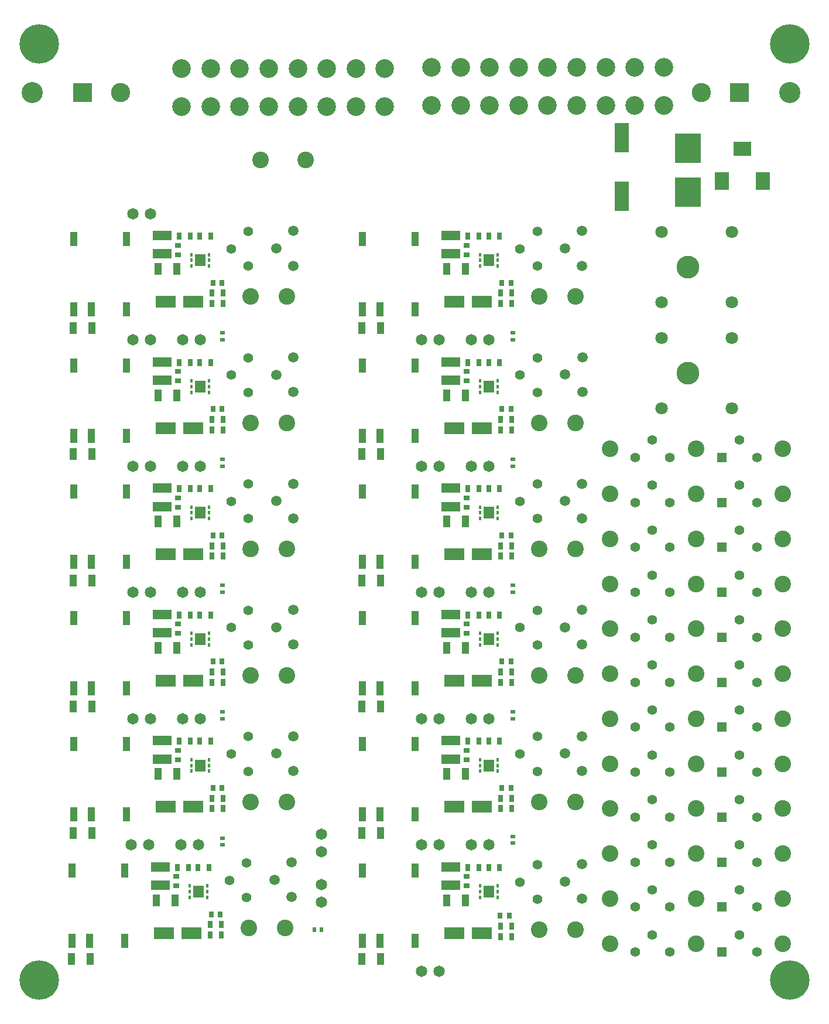
<source format=gbr>
%TF.GenerationSoftware,KiCad,Pcbnew,(6.0.1)*%
%TF.CreationDate,2024-03-16T13:10:31+01:00*%
%TF.ProjectId,CMU,434d552e-6b69-4636-9164-5f7063625858,rev?*%
%TF.SameCoordinates,Original*%
%TF.FileFunction,Soldermask,Top*%
%TF.FilePolarity,Negative*%
%FSLAX46Y46*%
G04 Gerber Fmt 4.6, Leading zero omitted, Abs format (unit mm)*
G04 Created by KiCad (PCBNEW (6.0.1)) date 2024-03-16 13:10:31*
%MOMM*%
%LPD*%
G01*
G04 APERTURE LIST*
G04 Aperture macros list*
%AMFreePoly0*
4,1,5,0.500000,-1.050000,-0.500000,-1.050000,-0.500000,1.050000,0.500000,1.050000,0.500000,-1.050000,0.500000,-1.050000,$1*%
G04 Aperture macros list end*
%ADD10R,2.820000X1.360000*%
%ADD11R,0.800000X1.000000*%
%ADD12R,1.100000X1.820000*%
%ADD13R,0.450000X0.550000*%
%ADD14R,0.450000X0.500000*%
%ADD15R,1.500000X1.800000*%
%ADD16C,5.700000*%
%ADD17C,1.400000*%
%ADD18R,1.400000X1.400000*%
%ADD19R,0.696500X0.506000*%
%ADD20C,1.650000*%
%ADD21R,0.940000X0.800000*%
%ADD22C,2.400000*%
%ADD23C,1.500000*%
%ADD24FreePoly0,180.000000*%
%ADD25R,2.900000X1.800000*%
%ADD26R,2.050000X4.300000*%
%ADD27R,0.800000X0.940000*%
%ADD28C,3.050000*%
%ADD29R,2.775000X2.775000*%
%ADD30C,2.775000*%
%ADD31C,1.800000*%
%ADD32C,3.300000*%
%ADD33R,2.000000X2.600000*%
%ADD34R,2.600000X2.000000*%
%ADD35C,2.700000*%
%ADD36R,3.810000X4.240000*%
%ADD37R,0.506000X0.696500*%
G04 APERTURE END LIST*
D10*
%TO.C,C9*%
X131000000Y-196420000D03*
X131000000Y-199080000D03*
%TD*%
%TO.C,C39*%
X89250000Y-196420000D03*
X89250000Y-199080000D03*
%TD*%
%TO.C,C2*%
X131000000Y-214670000D03*
X131000000Y-217330000D03*
%TD*%
%TO.C,C51*%
X89250000Y-159920000D03*
X89250000Y-162580000D03*
%TD*%
%TO.C,C15*%
X131000000Y-178170000D03*
X131000000Y-180830000D03*
%TD*%
%TO.C,C21*%
X131000000Y-159920000D03*
X131000000Y-162580000D03*
%TD*%
%TO.C,C27*%
X131000000Y-141670000D03*
X131000000Y-144330000D03*
%TD*%
%TO.C,C33*%
X131000000Y-123420000D03*
X131000000Y-126080000D03*
%TD*%
%TO.C,C57*%
X89250000Y-141670000D03*
X89250000Y-144330000D03*
%TD*%
%TO.C,C63*%
X89250000Y-123420000D03*
X89250000Y-126080000D03*
%TD*%
%TO.C,C69*%
X89000000Y-214670000D03*
X89000000Y-217330000D03*
%TD*%
%TO.C,C45*%
X89250000Y-178170000D03*
X89250000Y-180830000D03*
%TD*%
D11*
%TO.C,R32*%
X98050000Y-188000000D03*
X96450000Y-188000000D03*
%TD*%
%TO.C,R28*%
X98050000Y-206250000D03*
X96450000Y-206250000D03*
%TD*%
%TO.C,R8*%
X139800000Y-206250000D03*
X138200000Y-206250000D03*
%TD*%
%TO.C,R44*%
X98050000Y-133250000D03*
X96450000Y-133250000D03*
%TD*%
%TO.C,R40*%
X98050000Y-151500000D03*
X96450000Y-151500000D03*
%TD*%
%TO.C,R16*%
X139800000Y-169750000D03*
X138200000Y-169750000D03*
%TD*%
%TO.C,R48*%
X97800000Y-224500000D03*
X96200000Y-224500000D03*
%TD*%
%TO.C,R36*%
X98050000Y-169750000D03*
X96450000Y-169750000D03*
%TD*%
%TO.C,R12*%
X139800000Y-188000000D03*
X138200000Y-188000000D03*
%TD*%
%TO.C,R4*%
X139800000Y-224750000D03*
X138200000Y-224750000D03*
%TD*%
%TO.C,R20*%
X139800000Y-151500000D03*
X138200000Y-151500000D03*
%TD*%
%TO.C,R24*%
X139800000Y-133250000D03*
X138200000Y-133250000D03*
%TD*%
D12*
%TO.C,C11*%
X133110000Y-201250000D03*
X130390000Y-201250000D03*
%TD*%
%TO.C,C23*%
X133110000Y-164750000D03*
X130390000Y-164750000D03*
%TD*%
%TO.C,C35*%
X133110000Y-128250000D03*
X130390000Y-128250000D03*
%TD*%
%TO.C,C59*%
X91360000Y-146500000D03*
X88640000Y-146500000D03*
%TD*%
%TO.C,C71*%
X91110000Y-219500000D03*
X88390000Y-219500000D03*
%TD*%
%TO.C,C4*%
X133110000Y-219500000D03*
X130390000Y-219500000D03*
%TD*%
%TO.C,C65*%
X91360000Y-128250000D03*
X88640000Y-128250000D03*
%TD*%
%TO.C,C53*%
X91360000Y-164750000D03*
X88640000Y-164750000D03*
%TD*%
%TO.C,C29*%
X133110000Y-146500000D03*
X130390000Y-146500000D03*
%TD*%
%TO.C,C41*%
X91360000Y-201250000D03*
X88640000Y-201250000D03*
%TD*%
%TO.C,C47*%
X91360000Y-183000000D03*
X88640000Y-183000000D03*
%TD*%
%TO.C,C17*%
X133110000Y-183000000D03*
X130390000Y-183000000D03*
%TD*%
%TO.C,C26*%
X120860000Y-155000000D03*
X118140000Y-155000000D03*
%TD*%
%TO.C,C32*%
X120860000Y-136750000D03*
X118140000Y-136750000D03*
%TD*%
%TO.C,C8*%
X120860000Y-209750000D03*
X118140000Y-209750000D03*
%TD*%
%TO.C,C62*%
X79110000Y-136750000D03*
X76390000Y-136750000D03*
%TD*%
%TO.C,C1*%
X120860000Y-228000000D03*
X118140000Y-228000000D03*
%TD*%
%TO.C,C44*%
X79110000Y-191500000D03*
X76390000Y-191500000D03*
%TD*%
%TO.C,C20*%
X120860000Y-173250000D03*
X118140000Y-173250000D03*
%TD*%
%TO.C,C50*%
X79110000Y-173250000D03*
X76390000Y-173250000D03*
%TD*%
%TO.C,C38*%
X79110000Y-209750000D03*
X76390000Y-209750000D03*
%TD*%
%TO.C,C14*%
X120860000Y-191500000D03*
X118140000Y-191500000D03*
%TD*%
%TO.C,C56*%
X79110000Y-155000000D03*
X76390000Y-155000000D03*
%TD*%
%TO.C,C68*%
X78860000Y-228000000D03*
X76140000Y-228000000D03*
%TD*%
D13*
%TO.C,PS12*%
X96025000Y-127825000D03*
D14*
X96025000Y-127000000D03*
D13*
X96025000Y-126175000D03*
X93475000Y-126175000D03*
D14*
X93475000Y-127000000D03*
D13*
X93475000Y-127825000D03*
D15*
X94750000Y-127000000D03*
%TD*%
D13*
%TO.C,PS3*%
X137775000Y-182575000D03*
D14*
X137775000Y-181750000D03*
D13*
X137775000Y-180925000D03*
X135225000Y-180925000D03*
D14*
X135225000Y-181750000D03*
D13*
X135225000Y-182575000D03*
D15*
X136500000Y-181750000D03*
%TD*%
D13*
%TO.C,PS2*%
X137775000Y-200825000D03*
D14*
X137775000Y-200000000D03*
D13*
X137775000Y-199175000D03*
X135225000Y-199175000D03*
D14*
X135225000Y-200000000D03*
D13*
X135225000Y-200825000D03*
D15*
X136500000Y-200000000D03*
%TD*%
D13*
%TO.C,PS1*%
X137775000Y-219075000D03*
D14*
X137775000Y-218250000D03*
D13*
X137775000Y-217425000D03*
X135225000Y-217425000D03*
D14*
X135225000Y-218250000D03*
D13*
X135225000Y-219075000D03*
D15*
X136500000Y-218250000D03*
%TD*%
D13*
%TO.C,PS10*%
X96025000Y-164325000D03*
D14*
X96025000Y-163500000D03*
D13*
X96025000Y-162675000D03*
X93475000Y-162675000D03*
D14*
X93475000Y-163500000D03*
D13*
X93475000Y-164325000D03*
D15*
X94750000Y-163500000D03*
%TD*%
D13*
%TO.C,PS11*%
X96025000Y-146075000D03*
D14*
X96025000Y-145250000D03*
D13*
X96025000Y-144425000D03*
X93475000Y-144425000D03*
D14*
X93475000Y-145250000D03*
D13*
X93475000Y-146075000D03*
D15*
X94750000Y-145250000D03*
%TD*%
D13*
%TO.C,PS8*%
X96025000Y-200825000D03*
D14*
X96025000Y-200000000D03*
D13*
X96025000Y-199175000D03*
X93475000Y-199175000D03*
D14*
X93475000Y-200000000D03*
D13*
X93475000Y-200825000D03*
D15*
X94750000Y-200000000D03*
%TD*%
D13*
%TO.C,PS4*%
X137775000Y-164325000D03*
D14*
X137775000Y-163500000D03*
D13*
X137775000Y-162675000D03*
X135225000Y-162675000D03*
D14*
X135225000Y-163500000D03*
D13*
X135225000Y-164325000D03*
D15*
X136500000Y-163500000D03*
%TD*%
D13*
%TO.C,PS5*%
X137775000Y-146075000D03*
D14*
X137775000Y-145250000D03*
D13*
X137775000Y-144425000D03*
X135225000Y-144425000D03*
D14*
X135225000Y-145250000D03*
D13*
X135225000Y-146075000D03*
D15*
X136500000Y-145250000D03*
%TD*%
D13*
%TO.C,PS7*%
X95775000Y-219075000D03*
D14*
X95775000Y-218250000D03*
D13*
X95775000Y-217425000D03*
X93225000Y-217425000D03*
D14*
X93225000Y-218250000D03*
D13*
X93225000Y-219075000D03*
D15*
X94500000Y-218250000D03*
%TD*%
D13*
%TO.C,PS9*%
X96025000Y-182575000D03*
D14*
X96025000Y-181750000D03*
D13*
X96025000Y-180925000D03*
X93475000Y-180925000D03*
D14*
X93475000Y-181750000D03*
D13*
X93475000Y-182575000D03*
D15*
X94750000Y-181750000D03*
%TD*%
D13*
%TO.C,PS6*%
X137775000Y-127825000D03*
D14*
X137775000Y-127000000D03*
D13*
X137775000Y-126175000D03*
X135225000Y-126175000D03*
D14*
X135225000Y-127000000D03*
D13*
X135225000Y-127825000D03*
D15*
X136500000Y-127000000D03*
%TD*%
D11*
%TO.C,R23*%
X138200000Y-223250000D03*
X139800000Y-223250000D03*
%TD*%
%TO.C,R47*%
X96200000Y-223000000D03*
X97800000Y-223000000D03*
%TD*%
%TO.C,R46*%
X94450000Y-214750000D03*
X96050000Y-214750000D03*
%TD*%
%TO.C,R45*%
X91450000Y-214750000D03*
X93050000Y-214750000D03*
%TD*%
%TO.C,R43*%
X96450000Y-131750000D03*
X98050000Y-131750000D03*
%TD*%
%TO.C,R42*%
X94700000Y-123500000D03*
X96300000Y-123500000D03*
%TD*%
%TO.C,R41*%
X91700000Y-123500000D03*
X93300000Y-123500000D03*
%TD*%
%TO.C,R39*%
X96450000Y-150000000D03*
X98050000Y-150000000D03*
%TD*%
%TO.C,R38*%
X94700000Y-141750000D03*
X96300000Y-141750000D03*
%TD*%
%TO.C,R37*%
X91700000Y-141750000D03*
X93300000Y-141750000D03*
%TD*%
%TO.C,R35*%
X96450000Y-168250000D03*
X98050000Y-168250000D03*
%TD*%
%TO.C,R34*%
X94700000Y-160000000D03*
X96300000Y-160000000D03*
%TD*%
%TO.C,R33*%
X91700000Y-160000000D03*
X93300000Y-160000000D03*
%TD*%
%TO.C,R31*%
X96450000Y-186500000D03*
X98050000Y-186500000D03*
%TD*%
%TO.C,R30*%
X94700000Y-178250000D03*
X96300000Y-178250000D03*
%TD*%
%TO.C,R29*%
X91700000Y-178250000D03*
X93300000Y-178250000D03*
%TD*%
%TO.C,R27*%
X96450000Y-204750000D03*
X98050000Y-204750000D03*
%TD*%
%TO.C,R26*%
X94700000Y-196500000D03*
X96300000Y-196500000D03*
%TD*%
%TO.C,R25*%
X91700000Y-196500000D03*
X93300000Y-196500000D03*
%TD*%
%TO.C,R22*%
X136450000Y-214750000D03*
X138050000Y-214750000D03*
%TD*%
%TO.C,R21*%
X133450000Y-214750000D03*
X135050000Y-214750000D03*
%TD*%
%TO.C,R19*%
X138200000Y-131750000D03*
X139800000Y-131750000D03*
%TD*%
%TO.C,R18*%
X136450000Y-123500000D03*
X138050000Y-123500000D03*
%TD*%
%TO.C,R17*%
X133450000Y-123500000D03*
X135050000Y-123500000D03*
%TD*%
%TO.C,R15*%
X138200000Y-150000000D03*
X139800000Y-150000000D03*
%TD*%
%TO.C,R14*%
X136450000Y-141750000D03*
X138050000Y-141750000D03*
%TD*%
%TO.C,R13*%
X133450000Y-141750000D03*
X135050000Y-141750000D03*
%TD*%
%TO.C,R11*%
X138200000Y-168250000D03*
X139800000Y-168250000D03*
%TD*%
%TO.C,R10*%
X136450000Y-160000000D03*
X138050000Y-160000000D03*
%TD*%
%TO.C,R9*%
X133450000Y-160000000D03*
X135050000Y-160000000D03*
%TD*%
%TO.C,R7*%
X138200000Y-186500000D03*
X139800000Y-186500000D03*
%TD*%
%TO.C,R6*%
X136450000Y-178250000D03*
X138050000Y-178250000D03*
%TD*%
%TO.C,R5*%
X133450000Y-178250000D03*
X135050000Y-178250000D03*
%TD*%
%TO.C,R3*%
X138200000Y-204750000D03*
X139800000Y-204750000D03*
%TD*%
%TO.C,R2*%
X136450000Y-196500000D03*
X138050000Y-196500000D03*
%TD*%
%TO.C,R1*%
X133450000Y-196500000D03*
X135050000Y-196500000D03*
%TD*%
D16*
%TO.C,H4*%
X71500000Y-231000000D03*
%TD*%
D17*
%TO.C,VR27*%
X143480000Y-200845000D03*
X140980000Y-198345000D03*
X143480000Y-195845000D03*
%TD*%
D18*
%TO.C,VR25*%
X170155000Y-220480000D03*
D17*
X172695000Y-217980000D03*
X175235000Y-220480000D03*
%TD*%
D19*
%TO.C,JP3*%
X140000000Y-174000000D03*
X140000000Y-175000000D03*
%TD*%
D20*
%TO.C,J28*%
X94770000Y-156750000D03*
X92230000Y-156750000D03*
%TD*%
D21*
%TO.C,C3*%
X133250000Y-216080000D03*
X133250000Y-217420000D03*
%TD*%
D19*
%TO.C,JP7*%
X98000000Y-210500000D03*
X98000000Y-211500000D03*
%TD*%
D22*
%TO.C,TP14*%
X154000000Y-212750000D03*
%TD*%
%TO.C,TP21*%
X166500000Y-180250000D03*
%TD*%
D20*
%TO.C,J19*%
X136520000Y-211500000D03*
X133980000Y-211500000D03*
%TD*%
D22*
%TO.C,TP40*%
X179000000Y-225750000D03*
%TD*%
%TO.C,TP13*%
X154000000Y-206250000D03*
%TD*%
D23*
%TO.C,VR28*%
X149980000Y-200777000D03*
X147480000Y-198277000D03*
X149980000Y-195777000D03*
%TD*%
D20*
%TO.C,J25*%
X94520000Y-211500000D03*
X91980000Y-211500000D03*
%TD*%
D21*
%TO.C,C64*%
X91500000Y-124830000D03*
X91500000Y-126170000D03*
%TD*%
D24*
%TO.C,U3*%
X118190000Y-188830000D03*
X120730000Y-188830000D03*
X125810000Y-188830000D03*
X125810000Y-178670000D03*
X118190000Y-178670000D03*
%TD*%
D22*
%TO.C,TP48*%
X149000000Y-150500000D03*
%TD*%
D18*
%TO.C,VR22*%
X170155000Y-200980000D03*
D17*
X172695000Y-198480000D03*
X175235000Y-200980000D03*
%TD*%
D16*
%TO.C,H1*%
X71500000Y-95750000D03*
%TD*%
D25*
%TO.C,C42*%
X93750000Y-206000000D03*
X89750000Y-206000000D03*
%TD*%
D20*
%TO.C,J5*%
X126730000Y-211500000D03*
X129270000Y-211500000D03*
%TD*%
%TO.C,J27*%
X94750000Y-175000000D03*
X92210000Y-175000000D03*
%TD*%
D21*
%TO.C,C52*%
X91500000Y-161330000D03*
X91500000Y-162670000D03*
%TD*%
D22*
%TO.C,TP16*%
X154000000Y-225750000D03*
%TD*%
%TO.C,TP10*%
X154000000Y-186750000D03*
%TD*%
D20*
%TO.C,J10*%
X112250000Y-212520000D03*
X112250000Y-209980000D03*
%TD*%
D17*
%TO.C,VR33*%
X143480000Y-146095000D03*
X140980000Y-143595000D03*
X143480000Y-141095000D03*
%TD*%
D19*
%TO.C,JP5*%
X140000000Y-137500000D03*
X140000000Y-138500000D03*
%TD*%
D22*
%TO.C,TP17*%
X166500000Y-154250000D03*
%TD*%
D26*
%TO.C,C7*%
X155750000Y-109300000D03*
X155750000Y-117700000D03*
%TD*%
D22*
%TO.C,TP34*%
X179000000Y-186750000D03*
%TD*%
%TO.C,TP53*%
X102000000Y-187000000D03*
%TD*%
D27*
%TO.C,C13*%
X138330000Y-203250000D03*
X139670000Y-203250000D03*
%TD*%
D22*
%TO.C,TP5*%
X154000000Y-154250000D03*
%TD*%
D19*
%TO.C,JP8*%
X98000000Y-192250000D03*
X98000000Y-193250000D03*
%TD*%
D22*
%TO.C,TP44*%
X149000000Y-187000000D03*
%TD*%
%TO.C,TP22*%
X166500000Y-186750000D03*
%TD*%
D28*
%TO.C,J18*%
X70450000Y-102750000D03*
D29*
X77750000Y-102750000D03*
D30*
X83250000Y-102750000D03*
%TD*%
D19*
%TO.C,JP10*%
X98000000Y-155750000D03*
X98000000Y-156750000D03*
%TD*%
D21*
%TO.C,C22*%
X133250000Y-161330000D03*
X133250000Y-162670000D03*
%TD*%
D22*
%TO.C,TP36*%
X179000000Y-199750000D03*
%TD*%
D21*
%TO.C,C40*%
X91500000Y-197830000D03*
X91500000Y-199170000D03*
%TD*%
D24*
%TO.C,U1*%
X118190000Y-225330000D03*
X120730000Y-225330000D03*
X125810000Y-225330000D03*
X125810000Y-215170000D03*
X118190000Y-215170000D03*
%TD*%
D22*
%TO.C,TP54*%
X107250000Y-187000000D03*
%TD*%
D24*
%TO.C,U10*%
X76440000Y-170580000D03*
X78980000Y-170580000D03*
X84060000Y-170580000D03*
X84060000Y-160420000D03*
X76440000Y-160420000D03*
%TD*%
D22*
%TO.C,TP15*%
X154000000Y-219250000D03*
%TD*%
D16*
%TO.C,H2*%
X180000000Y-95750000D03*
%TD*%
D22*
%TO.C,TP62*%
X107000000Y-223500000D03*
%TD*%
D27*
%TO.C,C55*%
X96580000Y-166750000D03*
X97920000Y-166750000D03*
%TD*%
D22*
%TO.C,TP61*%
X101750000Y-223500000D03*
%TD*%
%TO.C,TP30*%
X179000000Y-160750000D03*
%TD*%
%TO.C,TP47*%
X143750000Y-150500000D03*
%TD*%
D20*
%TO.C,J24*%
X112250000Y-217230000D03*
X112250000Y-219770000D03*
%TD*%
D23*
%TO.C,VR2*%
X149980000Y-219277000D03*
X147480000Y-216777000D03*
X149980000Y-214277000D03*
%TD*%
D25*
%TO.C,C24*%
X135500000Y-169500000D03*
X131500000Y-169500000D03*
%TD*%
D17*
%TO.C,VR41*%
X101730000Y-164345000D03*
X99230000Y-161845000D03*
X101730000Y-159345000D03*
%TD*%
D18*
%TO.C,VR15*%
X170155000Y-155480000D03*
D17*
X172695000Y-152980000D03*
X175235000Y-155480000D03*
%TD*%
D20*
%TO.C,J26*%
X94750000Y-193250000D03*
X92210000Y-193250000D03*
%TD*%
D17*
%TO.C,VR6*%
X157655000Y-174980000D03*
X160155000Y-172480000D03*
X162655000Y-174980000D03*
%TD*%
D20*
%TO.C,J11*%
X84730000Y-211500000D03*
X87270000Y-211500000D03*
%TD*%
D22*
%TO.C,TP38*%
X179000000Y-212750000D03*
%TD*%
%TO.C,TP1*%
X143750000Y-223750000D03*
%TD*%
D25*
%TO.C,C66*%
X93750000Y-133000000D03*
X89750000Y-133000000D03*
%TD*%
D23*
%TO.C,VR44*%
X108230000Y-146027000D03*
X105730000Y-143527000D03*
X108230000Y-141027000D03*
%TD*%
D22*
%TO.C,TP20*%
X166500000Y-173750000D03*
%TD*%
D21*
%TO.C,C28*%
X133250000Y-143080000D03*
X133250000Y-144420000D03*
%TD*%
D27*
%TO.C,C6*%
X138080000Y-221750000D03*
X139420000Y-221750000D03*
%TD*%
D24*
%TO.C,U7*%
X76190000Y-225330000D03*
X78730000Y-225330000D03*
X83810000Y-225330000D03*
X83810000Y-215170000D03*
X76190000Y-215170000D03*
%TD*%
D17*
%TO.C,VR39*%
X101730000Y-182595000D03*
X99230000Y-180095000D03*
X101730000Y-177595000D03*
%TD*%
D22*
%TO.C,TP57*%
X102000000Y-150500000D03*
%TD*%
D31*
%TO.C,J1*%
X171660000Y-133104000D03*
X161500000Y-133104000D03*
X171660000Y-122944000D03*
X161500000Y-122944000D03*
D32*
X165300000Y-128024000D03*
%TD*%
D17*
%TO.C,VR7*%
X157655000Y-181480000D03*
X160155000Y-178980000D03*
X162655000Y-181480000D03*
%TD*%
D22*
%TO.C,TP7*%
X154000000Y-167250000D03*
%TD*%
%TO.C,TP28*%
X166500000Y-225750000D03*
%TD*%
%TO.C,TP59*%
X102000000Y-132250000D03*
%TD*%
D17*
%TO.C,VR12*%
X157655000Y-213980000D03*
X160155000Y-211480000D03*
X162655000Y-213980000D03*
%TD*%
%TO.C,VR4*%
X157655000Y-161980000D03*
X160155000Y-159480000D03*
X162655000Y-161980000D03*
%TD*%
D18*
%TO.C,VR17*%
X170155000Y-168480000D03*
D17*
X172695000Y-165980000D03*
X175235000Y-168480000D03*
%TD*%
D22*
%TO.C,TP4*%
X110000000Y-112500000D03*
%TD*%
D23*
%TO.C,VR34*%
X150000000Y-146000000D03*
X147500000Y-143500000D03*
X150000000Y-141000000D03*
%TD*%
D24*
%TO.C,U12*%
X76440000Y-134080000D03*
X78980000Y-134080000D03*
X84060000Y-134080000D03*
X84060000Y-123920000D03*
X76440000Y-123920000D03*
%TD*%
D21*
%TO.C,C16*%
X133250000Y-179580000D03*
X133250000Y-180920000D03*
%TD*%
D17*
%TO.C,VR37*%
X101730000Y-200845000D03*
X99230000Y-198345000D03*
X101730000Y-195845000D03*
%TD*%
D18*
%TO.C,VR26*%
X170155000Y-226980000D03*
D17*
X172695000Y-224480000D03*
X175235000Y-226980000D03*
%TD*%
%TO.C,VR1*%
X143480000Y-219345000D03*
X140980000Y-216845000D03*
X143480000Y-214345000D03*
%TD*%
D22*
%TO.C,TP52*%
X107250000Y-205250000D03*
%TD*%
D33*
%TO.C,Power_in1*%
X170150000Y-115550000D03*
X176150000Y-115550000D03*
D34*
X173150000Y-110850000D03*
%TD*%
D22*
%TO.C,TP46*%
X149000000Y-168750000D03*
%TD*%
D23*
%TO.C,VR36*%
X149980000Y-127777000D03*
X147480000Y-125277000D03*
X149980000Y-122777000D03*
%TD*%
D18*
%TO.C,VR23*%
X170155000Y-207480000D03*
D17*
X172695000Y-204980000D03*
X175235000Y-207480000D03*
%TD*%
%TO.C,VR3*%
X157655000Y-155480000D03*
X160155000Y-152980000D03*
X162655000Y-155480000D03*
%TD*%
D22*
%TO.C,TP51*%
X102000000Y-205250000D03*
%TD*%
%TO.C,TP39*%
X179000000Y-219250000D03*
%TD*%
D25*
%TO.C,C18*%
X135500000Y-187750000D03*
X131500000Y-187750000D03*
%TD*%
D22*
%TO.C,TP43*%
X143750000Y-187000000D03*
%TD*%
D21*
%TO.C,C58*%
X91500000Y-143080000D03*
X91500000Y-144420000D03*
%TD*%
D22*
%TO.C,TP29*%
X179000000Y-154250000D03*
%TD*%
D19*
%TO.C,JP11*%
X98000000Y-137500000D03*
X98000000Y-138500000D03*
%TD*%
D17*
%TO.C,VR9*%
X157655000Y-194480000D03*
X160155000Y-191980000D03*
X162655000Y-194480000D03*
%TD*%
D22*
%TO.C,TP31*%
X179000000Y-167250000D03*
%TD*%
D19*
%TO.C,JP9*%
X98000000Y-174000000D03*
X98000000Y-175000000D03*
%TD*%
D24*
%TO.C,U5*%
X118190000Y-152330000D03*
X120730000Y-152330000D03*
X125810000Y-152330000D03*
X125810000Y-142170000D03*
X118190000Y-142170000D03*
%TD*%
D22*
%TO.C,TP55*%
X102000000Y-168750000D03*
%TD*%
D21*
%TO.C,C10*%
X133250000Y-197830000D03*
X133250000Y-199170000D03*
%TD*%
D20*
%TO.C,J6*%
X126730000Y-193250000D03*
X129270000Y-193250000D03*
%TD*%
D17*
%TO.C,VR5*%
X157655000Y-168480000D03*
X160155000Y-165980000D03*
X162655000Y-168480000D03*
%TD*%
D21*
%TO.C,C70*%
X91250000Y-216080000D03*
X91250000Y-217420000D03*
%TD*%
D17*
%TO.C,VR47*%
X101480000Y-219095000D03*
X98980000Y-216595000D03*
X101480000Y-214095000D03*
%TD*%
D35*
%TO.C,J2*%
X92050000Y-99275000D03*
X96250000Y-99275000D03*
X100450000Y-99275000D03*
X104650000Y-99275000D03*
X108850000Y-99275000D03*
X113050000Y-99275000D03*
X117250000Y-99275000D03*
X121450000Y-99275000D03*
X92050000Y-104775000D03*
X96250000Y-104775000D03*
X100450000Y-104775000D03*
X104650000Y-104775000D03*
X108850000Y-104775000D03*
X113050000Y-104775000D03*
X117250000Y-104775000D03*
X121450000Y-104775000D03*
%TD*%
D23*
%TO.C,VR38*%
X108230000Y-200777000D03*
X105730000Y-198277000D03*
X108230000Y-195777000D03*
%TD*%
D22*
%TO.C,TP12*%
X154000000Y-199750000D03*
%TD*%
D25*
%TO.C,C72*%
X93500000Y-224250000D03*
X89500000Y-224250000D03*
%TD*%
D28*
%TO.C,J17*%
X180043500Y-102750000D03*
D29*
X172743500Y-102750000D03*
D30*
X167243500Y-102750000D03*
%TD*%
D27*
%TO.C,C49*%
X96580000Y-185000000D03*
X97920000Y-185000000D03*
%TD*%
D22*
%TO.C,TP27*%
X166500000Y-219250000D03*
%TD*%
D18*
%TO.C,VR24*%
X170155000Y-213980000D03*
D17*
X172695000Y-211480000D03*
X175235000Y-213980000D03*
%TD*%
%TO.C,VR35*%
X143480000Y-127845000D03*
X140980000Y-125345000D03*
X143480000Y-122845000D03*
%TD*%
D25*
%TO.C,C30*%
X135500000Y-151250000D03*
X131500000Y-151250000D03*
%TD*%
D24*
%TO.C,U6*%
X118190000Y-134080000D03*
X120730000Y-134080000D03*
X125810000Y-134080000D03*
X125810000Y-123920000D03*
X118190000Y-123920000D03*
%TD*%
D22*
%TO.C,TP18*%
X166500000Y-160750000D03*
%TD*%
%TO.C,TP2*%
X149000000Y-223750000D03*
%TD*%
D36*
%TO.C,F1*%
X165250000Y-117185000D03*
X165250000Y-110815000D03*
%TD*%
D17*
%TO.C,VR14*%
X157655000Y-226980000D03*
X160155000Y-224480000D03*
X162655000Y-226980000D03*
%TD*%
D20*
%TO.C,J23*%
X136520000Y-138500000D03*
X133980000Y-138500000D03*
%TD*%
D17*
%TO.C,VR11*%
X157655000Y-207480000D03*
X160155000Y-204980000D03*
X162655000Y-207480000D03*
%TD*%
D23*
%TO.C,VR46*%
X108230000Y-127777000D03*
X105730000Y-125277000D03*
X108230000Y-122777000D03*
%TD*%
%TO.C,VR32*%
X149980000Y-164277000D03*
X147480000Y-161777000D03*
X149980000Y-159277000D03*
%TD*%
D22*
%TO.C,TP41*%
X143750000Y-205250000D03*
%TD*%
%TO.C,TP23*%
X166500000Y-193250000D03*
%TD*%
D17*
%TO.C,VR13*%
X157655000Y-220480000D03*
X160155000Y-217980000D03*
X162655000Y-220480000D03*
%TD*%
D25*
%TO.C,C60*%
X93750000Y-151250000D03*
X89750000Y-151250000D03*
%TD*%
D27*
%TO.C,C67*%
X96580000Y-130250000D03*
X97920000Y-130250000D03*
%TD*%
D18*
%TO.C,VR19*%
X170155000Y-181480000D03*
D17*
X172695000Y-178980000D03*
X175235000Y-181480000D03*
%TD*%
D22*
%TO.C,TP3*%
X103500000Y-112500000D03*
%TD*%
%TO.C,TP19*%
X166500000Y-167250000D03*
%TD*%
%TO.C,TP32*%
X179000000Y-173750000D03*
%TD*%
D27*
%TO.C,C19*%
X138330000Y-185000000D03*
X139670000Y-185000000D03*
%TD*%
D20*
%TO.C,J14*%
X84980000Y-156750000D03*
X87520000Y-156750000D03*
%TD*%
%TO.C,J20*%
X136520000Y-193250000D03*
X133980000Y-193250000D03*
%TD*%
D27*
%TO.C,C43*%
X96580000Y-203250000D03*
X97920000Y-203250000D03*
%TD*%
D37*
%TO.C,JP6*%
X112250000Y-223750000D03*
X111250000Y-223750000D03*
%TD*%
D21*
%TO.C,C46*%
X91500000Y-179580000D03*
X91500000Y-180920000D03*
%TD*%
D22*
%TO.C,TP42*%
X149000000Y-205250000D03*
%TD*%
D24*
%TO.C,U9*%
X76440000Y-188830000D03*
X78980000Y-188830000D03*
X84060000Y-188830000D03*
X84060000Y-178670000D03*
X76440000Y-178670000D03*
%TD*%
D17*
%TO.C,VR31*%
X143480000Y-164345000D03*
X140980000Y-161845000D03*
X143480000Y-159345000D03*
%TD*%
D18*
%TO.C,VR21*%
X170155000Y-194480000D03*
D17*
X172695000Y-191980000D03*
X175235000Y-194480000D03*
%TD*%
D22*
%TO.C,TP50*%
X149000000Y-132250000D03*
%TD*%
D20*
%TO.C,J9*%
X126730000Y-138500000D03*
X129270000Y-138500000D03*
%TD*%
D25*
%TO.C,C36*%
X135500000Y-133000000D03*
X131500000Y-133000000D03*
%TD*%
D23*
%TO.C,VR42*%
X108230000Y-164277000D03*
X105730000Y-161777000D03*
X108230000Y-159277000D03*
%TD*%
%TO.C,VR48*%
X107980000Y-219027000D03*
X105480000Y-216527000D03*
X107980000Y-214027000D03*
%TD*%
D22*
%TO.C,TP56*%
X107250000Y-168750000D03*
%TD*%
D17*
%TO.C,VR29*%
X143480000Y-182595000D03*
X140980000Y-180095000D03*
X143480000Y-177595000D03*
%TD*%
D20*
%TO.C,J4*%
X126730000Y-229750000D03*
X129270000Y-229750000D03*
%TD*%
D22*
%TO.C,TP33*%
X179000000Y-180250000D03*
%TD*%
%TO.C,TP58*%
X107250000Y-150500000D03*
%TD*%
D25*
%TO.C,C48*%
X93750000Y-187750000D03*
X89750000Y-187750000D03*
%TD*%
D24*
%TO.C,U8*%
X76440000Y-207080000D03*
X78980000Y-207080000D03*
X84060000Y-207080000D03*
X84060000Y-196920000D03*
X76440000Y-196920000D03*
%TD*%
D18*
%TO.C,VR18*%
X170155000Y-174980000D03*
D17*
X172695000Y-172480000D03*
X175235000Y-174980000D03*
%TD*%
D22*
%TO.C,TP35*%
X179000000Y-193250000D03*
%TD*%
D17*
%TO.C,VR8*%
X157655000Y-187980000D03*
X160155000Y-185480000D03*
X162655000Y-187980000D03*
%TD*%
D24*
%TO.C,U4*%
X118190000Y-170580000D03*
X120730000Y-170580000D03*
X125810000Y-170580000D03*
X125810000Y-160420000D03*
X118190000Y-160420000D03*
%TD*%
D17*
%TO.C,VR45*%
X101730000Y-127845000D03*
X99230000Y-125345000D03*
X101730000Y-122845000D03*
%TD*%
D18*
%TO.C,VR20*%
X170155000Y-187980000D03*
D17*
X172695000Y-185480000D03*
X175235000Y-187980000D03*
%TD*%
D24*
%TO.C,U11*%
X76440000Y-152330000D03*
X78980000Y-152330000D03*
X84060000Y-152330000D03*
X84060000Y-142170000D03*
X76440000Y-142170000D03*
%TD*%
D19*
%TO.C,JP1*%
X140000000Y-210250000D03*
X140000000Y-211250000D03*
%TD*%
D20*
%TO.C,J12*%
X84980000Y-193250000D03*
X87520000Y-193250000D03*
%TD*%
D22*
%TO.C,TP24*%
X166500000Y-199750000D03*
%TD*%
%TO.C,TP9*%
X154000000Y-180250000D03*
%TD*%
D25*
%TO.C,C12*%
X135500000Y-206000000D03*
X131500000Y-206000000D03*
%TD*%
D20*
%TO.C,J21*%
X136520000Y-175000000D03*
X133980000Y-175000000D03*
%TD*%
D22*
%TO.C,TP25*%
X166500000Y-206250000D03*
%TD*%
D31*
%TO.C,J3*%
X171660000Y-148354000D03*
X161500000Y-148354000D03*
X171660000Y-138194000D03*
X161500000Y-138194000D03*
D32*
X165300000Y-143274000D03*
%TD*%
D17*
%TO.C,VR10*%
X157655000Y-200980000D03*
X160155000Y-198480000D03*
X162655000Y-200980000D03*
%TD*%
D22*
%TO.C,TP11*%
X154000000Y-193250000D03*
%TD*%
D27*
%TO.C,C31*%
X138330000Y-148500000D03*
X139670000Y-148500000D03*
%TD*%
D17*
%TO.C,VR43*%
X101730000Y-146095000D03*
X99230000Y-143595000D03*
X101730000Y-141095000D03*
%TD*%
D27*
%TO.C,C25*%
X138330000Y-166750000D03*
X139670000Y-166750000D03*
%TD*%
%TO.C,C61*%
X96580000Y-148500000D03*
X97920000Y-148500000D03*
%TD*%
D20*
%TO.C,J22*%
X136520000Y-156750000D03*
X133980000Y-156750000D03*
%TD*%
D25*
%TO.C,C5*%
X135500000Y-224250000D03*
X131500000Y-224250000D03*
%TD*%
D23*
%TO.C,VR40*%
X108230000Y-182527000D03*
X105730000Y-180027000D03*
X108230000Y-177527000D03*
%TD*%
D27*
%TO.C,C37*%
X138330000Y-130250000D03*
X139670000Y-130250000D03*
%TD*%
D19*
%TO.C,JP4*%
X140000000Y-155750000D03*
X140000000Y-156750000D03*
%TD*%
D22*
%TO.C,TP26*%
X166500000Y-212750000D03*
%TD*%
D25*
%TO.C,C54*%
X93750000Y-169500000D03*
X89750000Y-169500000D03*
%TD*%
D27*
%TO.C,C73*%
X96330000Y-221500000D03*
X97670000Y-221500000D03*
%TD*%
D22*
%TO.C,TP60*%
X107250000Y-132250000D03*
%TD*%
D24*
%TO.C,U2*%
X118190000Y-207080000D03*
X120730000Y-207080000D03*
X125810000Y-207080000D03*
X125810000Y-196920000D03*
X118190000Y-196920000D03*
%TD*%
D22*
%TO.C,TP45*%
X143750000Y-168750000D03*
%TD*%
%TO.C,TP49*%
X143750000Y-132250000D03*
%TD*%
D16*
%TO.C,H3*%
X180000000Y-231000000D03*
%TD*%
D18*
%TO.C,VR16*%
X170155000Y-161980000D03*
D17*
X172695000Y-159480000D03*
X175235000Y-161980000D03*
%TD*%
D20*
%TO.C,J7*%
X126730000Y-175000000D03*
X129270000Y-175000000D03*
%TD*%
%TO.C,J16*%
X84980000Y-120250000D03*
X87520000Y-120250000D03*
%TD*%
D23*
%TO.C,VR30*%
X149980000Y-182527000D03*
X147480000Y-180027000D03*
X149980000Y-177527000D03*
%TD*%
D19*
%TO.C,JP2*%
X140000000Y-192250000D03*
X140000000Y-193250000D03*
%TD*%
D20*
%TO.C,J15*%
X84980000Y-138500000D03*
X87520000Y-138500000D03*
%TD*%
%TO.C,J29*%
X94750000Y-138500000D03*
X92210000Y-138500000D03*
%TD*%
D35*
%TO.C,J30*%
X128200000Y-99150000D03*
X132400000Y-99150000D03*
X136600000Y-99150000D03*
X140800000Y-99150000D03*
X145000000Y-99150000D03*
X149200000Y-99150000D03*
X153400000Y-99150000D03*
X157600000Y-99150000D03*
X161800000Y-99150000D03*
X128200000Y-104650000D03*
X132400000Y-104650000D03*
X136600000Y-104650000D03*
X140800000Y-104650000D03*
X145000000Y-104650000D03*
X149200000Y-104650000D03*
X153400000Y-104650000D03*
X157600000Y-104650000D03*
X161800000Y-104650000D03*
%TD*%
D20*
%TO.C,J13*%
X84980000Y-175000000D03*
X87520000Y-175000000D03*
%TD*%
D22*
%TO.C,TP37*%
X179000000Y-206250000D03*
%TD*%
D20*
%TO.C,J8*%
X126730000Y-156750000D03*
X129270000Y-156750000D03*
%TD*%
D22*
%TO.C,TP8*%
X154000000Y-173750000D03*
%TD*%
%TO.C,TP6*%
X154000000Y-160750000D03*
%TD*%
D21*
%TO.C,C34*%
X133250000Y-124830000D03*
X133250000Y-126170000D03*
%TD*%
M02*

</source>
